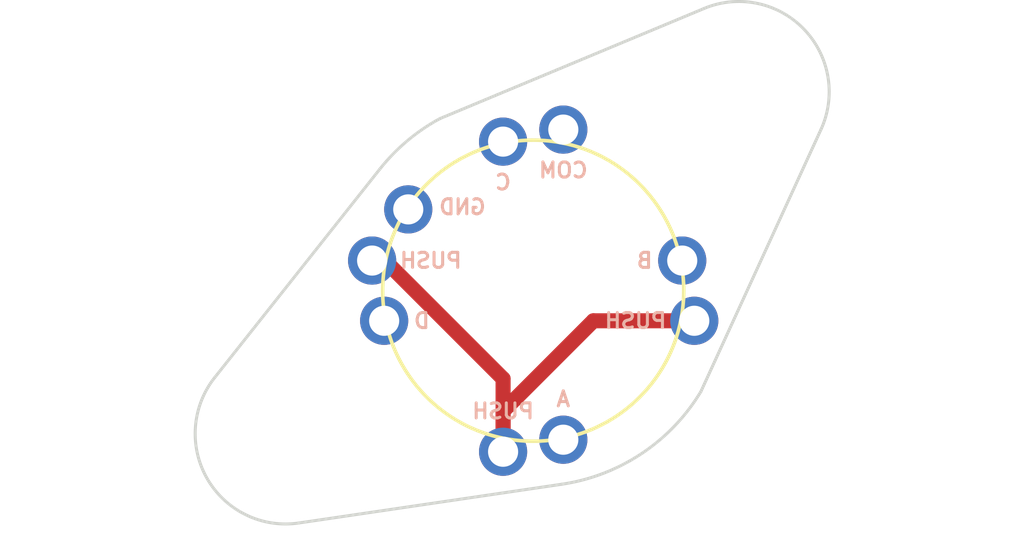
<source format=kicad_pcb>
(kicad_pcb (version 20221018) (generator pcbnew)
  (layers (0 "F.Cu" signal) (31 "B.Cu" signal) (34 "B.Paste" user) (35 "F.Paste" user) (36 "B.SilkS" user "B.Silkscreen") (37 "F.SilkS" user "F.Silkscreen") (38 "B.Mask" user) (39 "F.Mask" user) (44 "Edge.Cuts" user))
  (net 0 "")
  (net 2 "unconnected-(U1-PUSH-Pad2)")
  (footprint "Alps:RKJXM1015004" (layer "F.Cu") (at 52 57)
    (fp_text reference "U1" hide)
    (fp_text value "RKJXM1015004")
    (fp_text user "C" (at -1 -3.6 unlocked) (layer "B.SilkS") (effects (font (size 0.5 0.5) (thickness 0.1)) (justify mirror)))
    (fp_text user "COM" (at 1 -4 unlocked) (layer "B.SilkS") (effects (font (size 0.5 0.5) (thickness 0.1)) (justify mirror)))
    (fp_text user "GND" (at -2.35 -2.78 unlocked) (layer "B.SilkS") (effects (font (size 0.5 0.5) (thickness 0.1)) (justify mirror)))
    (fp_text user "PUSH" (at -3.4 -1 unlocked) (layer "B.SilkS") (effects (font (size 0.5 0.5) (thickness 0.1)) (justify mirror)))
    (fp_text user "A" (at 1 3.6 unlocked) (layer "B.SilkS") (effects (font (size 0.5 0.5) (thickness 0.1)) (justify mirror)))
    (fp_text user "B" (at 3.7 -1 unlocked) (layer "B.SilkS") (effects (font (size 0.5 0.5) (thickness 0.1)) (justify mirror)))
    (fp_text user "D" (at -3.7 1 unlocked) (layer "B.SilkS") (effects (font (size 0.5 0.5) (thickness 0.1)) (justify mirror)))
    (fp_text user "PUSH" (at -1 4 unlocked) (layer "B.SilkS") (effects (font (size 0.5 0.5) (thickness 0.1)) (justify mirror)))
    (fp_text user "PUSH" (at 3.4 1 unlocked) (layer "B.SilkS") (effects (font (size 0.5 0.5) (thickness 0.1)) (justify mirror)))
    (fp_circle (center 0 0) (end 0 -5) (stroke (width 0.12)) (fill none) (layer "F.SilkS"))
    (pad "" np_thru_hole circle (at 1 -3) (size 1.1 1.1) (drill 1.1) (layers "F&B.Cu" "*.Mask"))
    (pad "1" thru_hole circle (at -4.15 -2.7) (size 1.6 1.6) (drill 1) (layers "*.Cu" "*.Mask"))
    (pad "2" thru_hole circle (at -5.35 -1) (size 1.6 1.6) (drill 1) (layers "*.Cu" "*.Mask") (net 2 "unconnected-(U1-PUSH-Pad2)"))
    (pad "2" thru_hole circle (at -1 5.35) (size 1.6 1.6) (drill 1) (layers "*.Cu" "*.Mask") (net 2 "unconnected-(U1-PUSH-Pad2)"))
    (pad "2" thru_hole circle (at 5.35 1) (size 1.6 1.6) (drill 1) (layers "*.Cu" "*.Mask") (net 2 "unconnected-(U1-PUSH-Pad2)"))
    (pad "3" thru_hole circle (at 1 -5.35) (size 1.6 1.6) (drill 1) (layers "*.Cu" "*.Mask"))
    (pad "4" thru_hole circle (at 1 4.95) (size 1.6 1.6) (drill 1) (layers "*.Cu" "*.Mask"))
    (pad "5" thru_hole circle (at 4.95 -1) (size 1.6 1.6) (drill 1) (layers "*.Cu" "*.Mask"))
    (pad "6" thru_hole circle (at -1 -4.95) (size 1.6 1.6) (drill 1) (layers "*.Cu" "*.Mask"))
    (pad "7" thru_hole circle (at -4.95 1) (size 1.6 1.6) (drill 1) (layers "*.Cu" "*.Mask"))
  )
  (footprint "MountingHole:MountingHole_2.2mm_M2" (layer "F.Cu") (at 43.772759 61.75)
    (fp_text reference "REF**" hide)
    (fp_text value "MountingHole_2.2mm_M2")
    (pad "" np_thru_hole circle (at 0 0) (size 2.2 2.2) (drill 2.2) (layers "*.Cu" "*.Mask"))
  )
  (footprint "MountingHole:MountingHole_2.2mm_M2" (layer "F.Cu") (at 58.831 50.3957)
    (fp_text reference "REF**" hide)
    (fp_text value "MountingHole_2.2mm_M2")
    (pad "" np_thru_hole circle (at 0 0) (size 2.2 2.2) (drill 2.2) (layers "*.Cu" "*.Mask"))
  )
  (gr_arc (start 57.569867 60.350069) (mid 55.60436 62.407942) (end 52.948129 63.428968) (stroke (width 0.1)) (layer "Edge.Cuts"))
  (gr_line (start 57.676624 47.626688) (end 48.899234 51.286015) (stroke (width 0.1)) (layer "Edge.Cuts"))
  (gr_arc (start 44.210702 64.716352) (mid 41.175323 63.248395) (end 41.421724 59.885702) (stroke (width 0.1)) (layer "Edge.Cuts"))
  (gr_arc (start 57.676624 47.626688) (mid 60.988764 48.311458) (end 61.558363 51.645347) (stroke (width 0.1)) (layer "Edge.Cuts"))
  (gr_arc (start 46.905346 52.962559) (mid 47.817439 52.023375) (end 48.899234 51.286015) (stroke (width 0.1)) (layer "Edge.Cuts"))
  (gr_line (start 61.558363 51.645347) (end 57.569867 60.350069) (stroke (width 0.1)) (layer "Edge.Cuts"))
  (gr_line (start 41.421724 59.885702) (end 46.905346 52.962559) (stroke (width 0.1)) (layer "Edge.Cuts"))
  (gr_line (start 44.210702 64.716352) (end 52.948129 63.428968) (stroke (width 0.1)) (layer "Edge.Cuts"))
  (segment (start 51 59.925) (end 47.075 56) (width 0.5) (layer "F.Cu") (net 2))
  (segment (start 51 62.35) (end 51 59.925) (width 0.5) (layer "F.Cu") (net 2))
  (segment (start 47.075 56) (end 46.65 56) (width 0.5) (layer "F.Cu") (net 2))
  (segment (start 51 61) (end 51 62.35) (width 0.5) (layer "F.Cu") (net 2))
  (segment (start 57.35 58) (end 54 58) (width 0.5) (layer "F.Cu") (net 2))
  (segment (start 54 58) (end 51 61) (width 0.5) (layer "F.Cu") (net 2))
)
</source>
